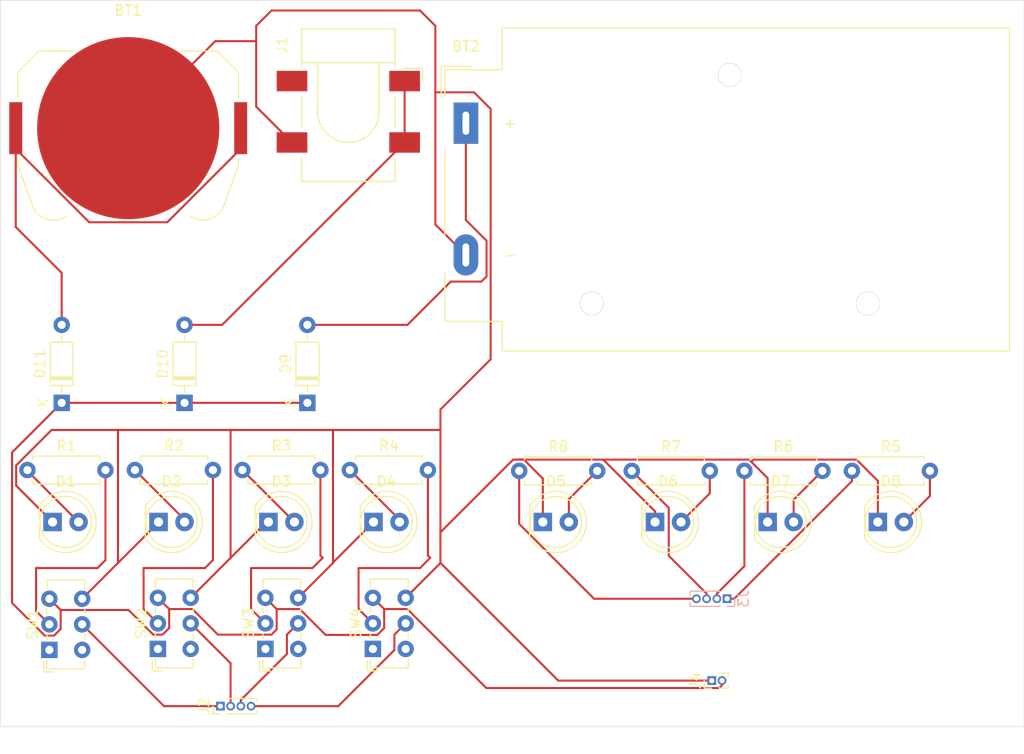
<source format=kicad_pcb>
(kicad_pcb (version 20241229) (generator "pcbnew") (generator_version "9.0")
  (layers (0 "F.Cu" signal) (2 "B.Cu" signal) (13 "F.Paste" user) (15 "B.Paste" user) (5 "F.SilkS" user "F.Silkscreen") (7 "B.SilkS" user "B.Silkscreen") (1 "F.Mask" user) (3 "B.Mask" user) (25 "Edge.Cuts" user))
  (net 0 "")
  (net 1 "Net-(BT1--)")
  (net 2 "Net-(BT1-+)")
  (net 3 "Net-(J2-Pin_1)")
  (net 8 "Net-(J2-Pin_2)")
  (net 11 "Net-(J2-Pin_3)")
  (net 13 "Net-(J2-Pin_4)")
  (net 15 "Net-(D1-A)")
  (net 16 "Net-(D2-A)")
  (net 17 "Net-(D3-A)")
  (net 18 "Net-(D4-A)")
  (net 19 "Net-(D5-A)")
  (net 20 "Net-(D6-A)")
  (net 21 "Net-(D7-A)")
  (net 22 "Net-(D8-A)")
  (net 23 "Net-(J3-Pin_1)")
  (net 24 "Net-(J3-Pin_4)")
  (net 25 "Net-(J3-Pin_2)")
  (net 26 "Net-(J3-Pin_3)")
  (net 27 "Net-(R1-Pad2)")
  (net 28 "Net-(R2-Pad2)")
  (net 29 "Net-(R3-Pad2)")
  (net 30 "Net-(R4-Pad2)")
  (net 31 "Net-(BT2-+)")
  (net 32 "Net-(D10-K)")
  (net 33 "Net-(D10-A)")
  (footprint "Connector_BarrelJack:BarrelJack_CLIFF_FC681465S_SMT_Horizontal" (layer "F.Cu") (at 119 29.9 -90)
    (property "Reference" "J1" (at -6.5 6.5 90) (layer "F.SilkS"))
    (property "Value" "DC")
    (fp_line (start -8.11 4.56) (end -4.5 4.56) (stroke (width 0.12)) (layer "F.SilkS"))
    (fp_line (start -8.11 4.56) (end -8.11 -4.56) (stroke (width 0.12)) (layer "F.SilkS"))
    (fp_line (start -4.8 4.56) (end -4.8 -4.56) (stroke (width 0.12)) (layer "F.SilkS"))
    (fp_line (start -1.5 4.56) (end 1.5 4.56) (stroke (width 0.12)) (layer "F.SilkS"))
    (fp_line (start 4.5 4.56) (end 6.81 4.56) (stroke (width 0.12)) (layer "F.SilkS"))
    (fp_line (start 6.81 4.56) (end 6.81 -4.56) (stroke (width 0.12)) (layer "F.SilkS"))
    (fp_line (start -4.8 3) (end 0 3) (stroke (width 0.12)) (layer "F.SilkS"))
    (fp_line (start -4.8 -3) (end 0 -3) (stroke (width 0.12)) (layer "F.SilkS"))
    (fp_line (start -8.11 -4.56) (end -4.5 -4.56) (stroke (width 0.12)) (layer "F.SilkS"))
    (fp_line (start -1.5 -4.56) (end 1.5 -4.56) (stroke (width 0.12)) (layer "F.SilkS"))
    (fp_line (start 4.5 -4.56) (end 6.81 -4.56) (stroke (width 0.12)) (layer "F.SilkS"))
    (fp_line (start -4.26 -7.26) (end -4.26 -5.36) (stroke (width 0.12)) (layer "F.SilkS"))
    (fp_line (start -2.92 -7.26) (end -4.26 -7.26) (stroke (width 0.12)) (layer "F.SilkS"))
    (fp_arc (start 0 -3) (mid 3 0) (end 0 3) (stroke (width 0.12)) (layer "F.SilkS"))
    (pad "" np_thru_hole oval (at -2.9 0) (size 2 1.5) (drill oval 2 1.5) (layers "*.Cu" "*.Mask"))
    (pad "" np_thru_hole circle (at 1.5 0) (size 2 2) (drill 2) (layers "*.Cu" "*.Mask"))
    (pad "1" smd rect (at -3 -5.5) (size 3 2) (layers "F.Cu" "F.Mask" "F.Paste") (net 33 "Net-(D10-A)"))
    (pad "1" smd rect (at 3 -5.5) (size 3 2) (layers "F.Cu" "F.Mask" "F.Paste") (net 33 "Net-(D10-A)"))
    (pad "2" smd rect (at 3 5.5) (size 3 2) (layers "F.Cu" "F.Mask" "F.Paste") (net 1 "Net-(BT1--)"))
    (pad "3" smd rect (at -3 5.5) (size 3 2) (layers "F.Cu" "F.Mask" "F.Paste"))
  )
  (footprint "Button_Switch_THT:SW_E-Switch_EG1271_SPDT" (layer "F.Cu") (at 89.8 82.5 90)
    (property "Reference" "SW1" (at 2.5 -1.65 90) (layer "F.SilkS"))
    (property "Value" "SW_Slide_DPDT")
    (fp_line (start -2.15 -0.55) (end -1.15 -0.55) (stroke (width 0.12)) (layer "F.SilkS"))
    (fp_line (start 6.85 -0.25) (end 6.85 3.45) (stroke (width 0.12)) (layer "F.SilkS"))
    (fp_line (start 5.97 -0.25) (end 6.85 -0.25) (stroke (width 0.12)) (layer "F.SilkS"))
    (fp_line (start 3.47 -0.25) (end 4.03 -0.25) (stroke (width 0.12)) (layer "F.SilkS"))
    (fp_line (start 1 -0.25) (end 1.53 -0.25) (stroke (width 0.12)) (layer "F.SilkS"))
    (fp_line (start -1.85 -0.25) (end -1 -0.25) (stroke (width 0.12)) (layer "F.SilkS"))
    (fp_line (start -2.15 0.45) (end -2.15 -0.55) (stroke (width 0.12)) (layer "F.SilkS"))
    (fp_line (start 6.85 3.45) (end 5.98 3.45) (stroke (width 0.12)) (layer "F.SilkS"))
    (fp_line (start 4.02 3.45) (end 3.47 3.45) (stroke (width 0.12)) (layer "F.SilkS"))
    (fp_line (start 1.53 3.45) (end 0.97 3.45) (stroke (width 0.12)) (layer "F.SilkS"))
    (fp_line (start -0.97 3.45) (end -1.85 3.45) (stroke (width 0.12)) (layer "F.SilkS"))
    (fp_line (start -1.85 3.45) (end -1.85 -0.25) (stroke (width 0.12)) (layer "F.SilkS"))
    (pad "1" thru_hole rect (at 0 0 90) (size 1.6 1.6) (drill 0.8) (layers "*.Cu" "*.Mask"))
    (pad "2" thru_hole circle (at 2.5 0 90) (size 1.6 1.6) (drill 0.8) (layers "*.Cu" "*.Mask") (net 27 "Net-(R1-Pad2)"))
    (pad "3" thru_hole circle (at 5 0 90) (size 1.6 1.6) (drill 0.8) (layers "*.Cu" "*.Mask") (net 32 "Net-(D10-K)"))
    (pad "4" thru_hole circle (at 0 3.2 90) (size 1.6 1.6) (drill 0.8) (layers "*.Cu" "*.Mask"))
    (pad "5" thru_hole circle (at 2.5 3.2 90) (size 1.6 1.6) (drill 0.8) (layers "*.Cu" "*.Mask") (net 3 "Net-(J2-Pin_1)"))
    (pad "6" thru_hole circle (at 5 3.2 90) (size 1.6 1.6) (drill 0.8) (layers "*.Cu" "*.Mask") (net 1 "Net-(BT1--)"))
  )
  (footprint "Resistor_THT:R_Axial_DIN0207_L6.3mm_D2.5mm_P7.62mm_Horizontal" (layer "F.Cu") (at 98.155 64.92)
    (property "Reference" "R2" (at 3.81 -2.37 0) (layer "F.SilkS"))
    (property "Value" "R")
    (fp_line (start 0.54 -1.37) (end 7.08 -1.37) (stroke (width 0.12)) (layer "F.SilkS"))
    (fp_line (start 0.54 -1.04) (end 0.54 -1.37) (stroke (width 0.12)) (layer "F.SilkS"))
    (fp_line (start 0.54 1.04) (end 0.54 1.37) (stroke (width 0.12)) (layer "F.SilkS"))
    (fp_line (start 0.54 1.37) (end 7.08 1.37) (stroke (width 0.12)) (layer "F.SilkS"))
    (fp_line (start 7.08 -1.37) (end 7.08 -1.04) (stroke (width 0.12)) (layer "F.SilkS"))
    (fp_line (start 7.08 1.37) (end 7.08 1.04) (stroke (width 0.12)) (layer "F.SilkS"))
    (pad "1" thru_hole circle (at 0 0) (size 1.6 1.6) (drill 0.8) (layers "*.Cu" "*.Mask") (net 16 "Net-(D2-A)"))
    (pad "2" thru_hole oval (at 7.62 0) (size 1.6 1.6) (drill 0.8) (layers "*.Cu" "*.Mask") (net 28 "Net-(R2-Pad2)"))
  )
  (footprint "Resistor_THT:R_Axial_DIN0207_L6.3mm_D2.5mm_P7.62mm_Horizontal" (layer "F.Cu") (at 146.69 65)
    (property "Reference" "R7" (at 3.81 -2.37 0) (layer "F.SilkS"))
    (property "Value" "R")
    (fp_line (start 0.54 -1.37) (end 7.08 -1.37) (stroke (width 0.12)) (layer "F.SilkS"))
    (fp_line (start 0.54 -1.04) (end 0.54 -1.37) (stroke (width 0.12)) (layer "F.SilkS"))
    (fp_line (start 0.54 1.04) (end 0.54 1.37) (stroke (width 0.12)) (layer "F.SilkS"))
    (fp_line (start 0.54 1.37) (end 7.08 1.37) (stroke (width 0.12)) (layer "F.SilkS"))
    (fp_line (start 7.08 -1.37) (end 7.08 -1.04) (stroke (width 0.12)) (layer "F.SilkS"))
    (fp_line (start 7.08 1.37) (end 7.08 1.04) (stroke (width 0.12)) (layer "F.SilkS"))
    (pad "1" thru_hole circle (at 0 0) (size 1.6 1.6) (drill 0.8) (layers "*.Cu" "*.Mask") (net 26 "Net-(J3-Pin_3)"))
    (pad "2" thru_hole oval (at 7.62 0) (size 1.6 1.6) (drill 0.8) (layers "*.Cu" "*.Mask") (net 20 "Net-(D6-A)"))
  )
  (footprint "Resistor_THT:R_Axial_DIN0207_L6.3mm_D2.5mm_P7.62mm_Horizontal" (layer "F.Cu") (at 157.69 65)
    (property "Reference" "R6" (at 3.81 -2.37 0) (layer "F.SilkS"))
    (property "Value" "R")
    (fp_line (start 0.54 -1.37) (end 7.08 -1.37) (stroke (width 0.12)) (layer "F.SilkS"))
    (fp_line (start 0.54 -1.04) (end 0.54 -1.37) (stroke (width 0.12)) (layer "F.SilkS"))
    (fp_line (start 0.54 1.04) (end 0.54 1.37) (stroke (width 0.12)) (layer "F.SilkS"))
    (fp_line (start 0.54 1.37) (end 7.08 1.37) (stroke (width 0.12)) (layer "F.SilkS"))
    (fp_line (start 7.08 -1.37) (end 7.08 -1.04) (stroke (width 0.12)) (layer "F.SilkS"))
    (fp_line (start 7.08 1.37) (end 7.08 1.04) (stroke (width 0.12)) (layer "F.SilkS"))
    (pad "1" thru_hole circle (at 0 0) (size 1.6 1.6) (drill 0.8) (layers "*.Cu" "*.Mask") (net 25 "Net-(J3-Pin_2)"))
    (pad "2" thru_hole oval (at 7.62 0) (size 1.6 1.6) (drill 0.8) (layers "*.Cu" "*.Mask") (net 21 "Net-(D7-A)"))
  )
  (footprint "LED_THT:LED_D5.0mm" (layer "F.Cu") (at 111.195 70)
    (property "Reference" "D3" (at 1.27 -3.96 0) (layer "F.SilkS"))
    (property "Value" "LED")
    (fp_line (start -1.29 -1.545) (end -1.29 1.545) (stroke (width 0.12)) (layer "F.SilkS"))
    (fp_arc (start -1.29 -1.54483) (mid 2.071756 -2.880501) (end 4.26 -0.000048) (stroke (width 0.12)) (layer "F.SilkS"))
    (fp_arc (start 4.26 0.000048) (mid 2.071756 2.880501) (end -1.29 1.54483) (stroke (width 0.12)) (layer "F.SilkS"))
    (fp_circle (center 1.27 0) (end 3.77 0) (stroke (width 0.12)) (fill no) (layer "F.SilkS"))
    (pad "1" thru_hole rect (at 0 0) (size 1.8 1.8) (drill 0.9) (layers "*.Cu" "*.Mask") (net 1 "Net-(BT1--)"))
    (pad "2" thru_hole circle (at 2.54 0) (size 1.8 1.8) (drill 0.9) (layers "*.Cu" "*.Mask") (net 17 "Net-(D3-A)"))
  )
  (footprint "LED_THT:LED_D5.0mm" (layer "F.Cu") (at 170.725 70)
    (property "Reference" "D8" (at 1.27 -3.96 0) (layer "F.SilkS"))
    (property "Value" "LED")
    (fp_line (start -1.29 -1.545) (end -1.29 1.545) (stroke (width 0.12)) (layer "F.SilkS"))
    (fp_arc (start -1.29 -1.54483) (mid 2.071756 -2.880501) (end 4.26 -0.000048) (stroke (width 0.12)) (layer "F.SilkS"))
    (fp_arc (start 4.26 0.000048) (mid 2.071756 2.880501) (end -1.29 1.54483) (stroke (width 0.12)) (layer "F.SilkS"))
    (fp_circle (center 1.27 0) (end 3.77 0) (stroke (width 0.12)) (fill no) (layer "F.SilkS"))
    (pad "1" thru_hole rect (at 0 0) (size 1.8 1.8) (drill 0.9) (layers "*.Cu" "*.Mask") (net 1 "Net-(BT1--)"))
    (pad "2" thru_hole circle (at 2.54 0) (size 1.8 1.8) (drill 0.9) (layers "*.Cu" "*.Mask") (net 22 "Net-(D8-A)"))
  )
  (footprint "Diode_THT:D_DO-35_SOD27_P7.62mm_Horizontal" (layer "F.Cu") (at 103 58.35 90)
    (property "Reference" "D10" (at 3.81 -2.12 90) (layer "F.SilkS"))
    (property "Value" "D")
    (fp_line (start 5.93 -1.12) (end 1.69 -1.12) (stroke (width 0.12)) (layer "F.SilkS"))
    (fp_line (start 2.53 -1.12) (end 2.53 1.12) (stroke (width 0.12)) (layer "F.SilkS"))
    (fp_line (start 2.41 -1.12) (end 2.41 1.12) (stroke (width 0.12)) (layer "F.SilkS"))
    (fp_line (start 2.29 -1.12) (end 2.29 1.12) (stroke (width 0.12)) (layer "F.SilkS"))
    (fp_line (start 1.69 -1.12) (end 1.69 1.12) (stroke (width 0.12)) (layer "F.SilkS"))
    (fp_line (start 6.58 0) (end 5.93 0) (stroke (width 0.12)) (layer "F.SilkS"))
    (fp_line (start 1.04 0) (end 1.69 0) (stroke (width 0.12)) (layer "F.SilkS"))
    (fp_line (start 5.93 1.12) (end 5.93 -1.12) (stroke (width 0.12)) (layer "F.SilkS"))
    (fp_line (start 1.69 1.12) (end 5.93 1.12) (stroke (width 0.12)) (layer "F.SilkS"))
    (fp_text user "K" (at 0 -1.8 90) (layer "F.SilkS"))
    (pad "1" thru_hole rect (at 0 0 90) (size 1.6 1.6) (drill 0.8) (layers "*.Cu" "*.Mask") (net 32 "Net-(D10-K)"))
    (pad "2" thru_hole oval (at 7.62 0 90) (size 1.6 1.6) (drill 0.8) (layers "*.Cu" "*.Mask") (net 33 "Net-(D10-A)"))
  )
  (footprint "Resistor_THT:R_Axial_DIN0207_L6.3mm_D2.5mm_P7.62mm_Horizontal" (layer "F.Cu") (at 119.155 64.92)
    (property "Reference" "R4" (at 3.81 -2.37 0) (layer "F.SilkS"))
    (property "Value" "R")
    (fp_line (start 0.54 -1.37) (end 7.08 -1.37) (stroke (width 0.12)) (layer "F.SilkS"))
    (fp_line (start 0.54 -1.04) (end 0.54 -1.37) (stroke (width 0.12)) (layer "F.SilkS"))
    (fp_line (start 0.54 1.04) (end 0.54 1.37) (stroke (width 0.12)) (layer "F.SilkS"))
    (fp_line (start 0.54 1.37) (end 7.08 1.37) (stroke (width 0.12)) (layer "F.SilkS"))
    (fp_line (start 7.08 -1.37) (end 7.08 -1.04) (stroke (width 0.12)) (layer "F.SilkS"))
    (fp_line (start 7.08 1.37) (end 7.08 1.04) (stroke (width 0.12)) (layer "F.SilkS"))
    (pad "1" thru_hole circle (at 0 0) (size 1.6 1.6) (drill 0.8) (layers "*.Cu" "*.Mask") (net 18 "Net-(D4-A)"))
    (pad "2" thru_hole oval (at 7.62 0) (size 1.6 1.6) (drill 0.8) (layers "*.Cu" "*.Mask") (net 30 "Net-(R4-Pad2)"))
  )
  (footprint "LED_THT:LED_D5.0mm" (layer "F.Cu") (at 100.46 70)
    (property "Reference" "D2" (at 1.27 -3.96 0) (layer "F.SilkS"))
    (property "Value" "LED")
    (fp_line (start -1.29 -1.545) (end -1.29 1.545) (stroke (width 0.12)) (layer "F.SilkS"))
    (fp_arc (start -1.29 -1.54483) (mid 2.071756 -2.880501) (end 4.26 -0.000048) (stroke (width 0.12)) (layer "F.SilkS"))
    (fp_arc (start 4.26 0.000048) (mid 2.071756 2.880501) (end -1.29 1.54483) (stroke (width 0.12)) (layer "F.SilkS"))
    (fp_circle (center 1.27 0) (end 3.77 0) (stroke (width 0.12)) (fill no) (layer "F.SilkS"))
    (pad "1" thru_hole rect (at 0 0) (size 1.8 1.8) (drill 0.9) (layers "*.Cu" "*.Mask") (net 1 "Net-(BT1--)"))
    (pad "2" thru_hole circle (at 2.54 0) (size 1.8 1.8) (drill 0.9) (layers "*.Cu" "*.Mask") (net 16 "Net-(D2-A)"))
  )
  (footprint "LED_THT:LED_D5.0mm" (layer "F.Cu") (at 138 70)
    (property "Reference" "D5" (at 1.27 -3.96 0) (layer "F.SilkS"))
    (property "Value" "LED")
    (fp_line (start -1.29 -1.545) (end -1.29 1.545) (stroke (width 0.12)) (layer "F.SilkS"))
    (fp_arc (start -1.29 -1.54483) (mid 2.071756 -2.880501) (end 4.26 -0.000048) (stroke (width 0.12)) (layer "F.SilkS"))
    (fp_arc (start 4.26 0.000048) (mid 2.071756 2.880501) (end -1.29 1.54483) (stroke (width 0.12)) (layer "F.SilkS"))
    (fp_circle (center 1.27 0) (end 3.77 0) (stroke (width 0.12)) (fill no) (layer "F.SilkS"))
    (pad "1" thru_hole rect (at 0 0) (size 1.8 1.8) (drill 0.9) (layers "*.Cu" "*.Mask") (net 1 "Net-(BT1--)"))
    (pad "2" thru_hole circle (at 2.54 0) (size 1.8 1.8) (drill 0.9) (layers "*.Cu" "*.Mask") (net 19 "Net-(D5-A)"))
  )
  (footprint "LED_THT:LED_D5.0mm" (layer "F.Cu") (at 159.96 70)
    (property "Reference" "D7" (at 1.27 -3.96 0) (layer "F.SilkS"))
    (property "Value" "LED")
    (fp_line (start -1.29 -1.545) (end -1.29 1.545) (stroke (width 0.12)) (layer "F.SilkS"))
    (fp_arc (start -1.29 -1.54483) (mid 2.071756 -2.880501) (end 4.26 -0.000048) (stroke (width 0.12)) (layer "F.SilkS"))
    (fp_arc (start 4.26 0.000048) (mid 2.071756 2.880501) (end -1.29 1.54483) (stroke (width 0.12)) (layer "F.SilkS"))
    (fp_circle (center 1.27 0) (end 3.77 0) (stroke (width 0.12)) (fill no) (layer "F.SilkS"))
    (pad "1" thru_hole rect (at 0 0) (size 1.8 1.8) (drill 0.9) (layers "*.Cu" "*.Mask") (net 1 "Net-(BT1--)"))
    (pad "2" thru_hole circle (at 2.54 0) (size 1.8 1.8) (drill 0.9) (layers "*.Cu" "*.Mask") (net 21 "Net-(D7-A)"))
  )
  (footprint "Button_Switch_THT:SW_E-Switch_EG1271_SPDT" (layer "F.Cu") (at 121.4 82.4075 90)
    (property "Reference" "SW4" (at 2.5 -1.65 90) (layer "F.SilkS"))
    (property "Value" "SW_Slide_DPDT")
    (fp_line (start -2.15 -0.55) (end -1.15 -0.55) (stroke (width 0.12)) (layer "F.SilkS"))
    (fp_line (start 6.85 -0.25) (end 6.85 3.45) (stroke (width 0.12)) (layer "F.SilkS"))
    (fp_line (start 5.97 -0.25) (end 6.85 -0.25) (stroke (width 0.12)) (layer "F.SilkS"))
    (fp_line (start 3.47 -0.25) (end 4.03 -0.25) (stroke (width 0.12)) (layer "F.SilkS"))
    (fp_line (start 1 -0.25) (end 1.53 -0.25) (stroke (width 0.12)) (layer "F.SilkS"))
    (fp_line (start -1.85 -0.25) (end -1 -0.25) (stroke (width 0.12)) (layer "F.SilkS"))
    (fp_line (start -2.15 0.45) (end -2.15 -0.55) (stroke (width 0.12)) (layer "F.SilkS"))
    (fp_line (start 6.85 3.45) (end 5.98 3.45) (stroke (width 0.12)) (layer "F.SilkS"))
    (fp_line (start 4.02 3.45) (end 3.47 3.45) (stroke (width 0.12)) (layer "F.SilkS"))
    (fp_line (start 1.53 3.45) (end 0.97 3.45) (stroke (width 0.12)) (layer "F.SilkS"))
    (fp_line (start -0.97 3.45) (end -1.85 3.45) (stroke (width 0.12)) (layer "F.SilkS"))
    (fp_line (start -1.85 3.45) (end -1.85 -0.25) (stroke (width 0.12)) (layer "F.SilkS"))
    (pad "1" thru_hole rect (at 0 0 90) (size 1.6 1.6) (drill 0.8) (layers "*.Cu" "*.Mask"))
    (pad "2" thru_hole circle (at 2.5 0 90) (size 1.6 1.6) (drill 0.8) (layers "*.Cu" "*.Mask") (net 30 "Net-(R4-Pad2)"))
    (pad "3" thru_hole circle (at 5 0 90) (size 1.6 1.6) (drill 0.8) (layers "*.Cu" "*.Mask") (net 32 "Net-(D10-K)"))
    (pad "4" thru_hole circle (at 0 3.2 90) (size 1.6 1.6) (drill 0.8) (layers "*.Cu" "*.Mask"))
    (pad "5" thru_hole circle (at 2.5 3.2 90) (size 1.6 1.6) (drill 0.8) (layers "*.Cu" "*.Mask") (net 13 "Net-(J2-Pin_4)"))
    (pad "6" thru_hole circle (at 5 3.2 90) (size 1.6 1.6) (drill 0.8) (layers "*.Cu" "*.Mask") (net 1 "Net-(BT1--)"))
  )
  (footprint "LED_THT:LED_D5.0mm" (layer "F.Cu") (at 90.11 70)
    (property "Reference" "D1" (at 1.27 -3.96 0) (layer "F.SilkS"))
    (property "Value" "LED")
    (fp_line (start -1.29 -1.545) (end -1.29 1.545) (stroke (width 0.12)) (layer "F.SilkS"))
    (fp_arc (start -1.29 -1.54483) (mid 2.071756 -2.880501) (end 4.26 -0.000048) (stroke (width 0.12)) (layer "F.SilkS"))
    (fp_arc (start 4.26 0.000048) (mid 2.071756 2.880501) (end -1.29 1.54483) (stroke (width 0.12)) (layer "F.SilkS"))
    (fp_circle (center 1.27 0) (end 3.77 0) (stroke (width 0.12)) (fill no) (layer "F.SilkS"))
    (pad "1" thru_hole rect (at 0 0) (size 1.8 1.8) (drill 0.9) (layers "*.Cu" "*.Mask") (net 1 "Net-(BT1--)"))
    (pad "2" thru_hole circle (at 2.54 0) (size 1.8 1.8) (drill 0.9) (layers "*.Cu" "*.Mask") (net 15 "Net-(D1-A)"))
  )
  (footprint "Resistor_THT:R_Axial_DIN0207_L6.3mm_D2.5mm_P7.62mm_Horizontal" (layer "F.Cu") (at 108.655 64.92)
    (property "Reference" "R3" (at 3.81 -2.37 0) (layer "F.SilkS"))
    (property "Value" "R")
    (fp_line (start 0.54 -1.37) (end 7.08 -1.37) (stroke (width 0.12)) (layer "F.SilkS"))
    (fp_line (start 0.54 -1.04) (end 0.54 -1.37) (stroke (width 0.12)) (layer "F.SilkS"))
    (fp_line (start 0.54 1.04) (end 0.54 1.37) (stroke (width 0.12)) (layer "F.SilkS"))
    (fp_line (start 0.54 1.37) (end 7.08 1.37) (stroke (width 0.12)) (layer "F.SilkS"))
    (fp_line (start 7.08 -1.37) (end 7.08 -1.04) (stroke (width 0.12)) (layer "F.SilkS"))
    (fp_line (start 7.08 1.37) (end 7.08 1.04) (stroke (width 0.12)) (layer "F.SilkS"))
    (pad "1" thru_hole circle (at 0 0) (size 1.6 1.6) (drill 0.8) (layers "*.Cu" "*.Mask") (net 17 "Net-(D3-A)"))
    (pad "2" thru_hole oval (at 7.62 0) (size 1.6 1.6) (drill 0.8) (layers "*.Cu" "*.Mask") (net 29 "Net-(R3-Pad2)"))
  )
  (footprint "Battery:BatteryHolder_Keystone_3034_1x20mm" (layer "F.Cu") (at 97.5 31.5)
    (property "Reference" "BT1" (at 0 -11.5 0) (layer "F.SilkS"))
    (property "Value" "Coin")
    (fp_line (start -10.78 -5.46) (end -10.78 -3) (stroke (width 0.12)) (layer "F.SilkS"))
    (fp_line (start -10.78 3) (end -10.78 3.63) (stroke (width 0.12)) (layer "F.SilkS"))
    (fp_line (start -10.78 3.63) (end -9.34 7.58) (stroke (width 0.12)) (layer "F.SilkS"))
    (fp_line (start -8.7 -7.54) (end -10.78 -5.46) (stroke (width 0.12)) (layer "F.SilkS"))
    (fp_line (start -5.2 -7.54) (end -8.7 -7.54) (stroke (width 0.12)) (layer "F.SilkS"))
    (fp_line (start 8.7 -7.54) (end 5.2 -7.54) (stroke (width 0.12)) (layer "F.SilkS"))
    (fp_line (start 8.7 -7.54) (end 10.78 -5.46) (stroke (width 0.12)) (layer "F.SilkS"))
    (fp_line (start 10.78 -5.46) (end 10.78 -3) (stroke (width 0.12)) (layer "F.SilkS"))
    (fp_line (start 10.78 3) (end 10.78 3.63) (stroke (width 0.12)) (layer "F.SilkS"))
    (fp_line (start 10.78 3.63) (end 9.34 7.58) (stroke (width 0.12)) (layer "F.SilkS"))
    (fp_arc (start -6.003354 8.56653) (mid -7.921654 8.918738) (end -9.34 7.58) (stroke (width 0.12)) (layer "F.SilkS"))
    (fp_arc (start 9.325243 7.588169) (mid 7.90634 8.911668) (end 6 8.55) (stroke (width 0.12)) (layer "F.SilkS"))
    (pad "1" smd rect (at -10.985 0) (size 1.27 5.08) (layers "F.Cu" "F.Mask" "F.Paste") (net 2 "Net-(BT1-+)"))
    (pad "1" smd rect (at 10.985 0) (size 1.27 5.08) (layers "F.Cu" "F.Mask" "F.Paste") (net 2 "Net-(BT1-+)"))
    (pad "2" smd circle (at 0 0) (size 17.8 17.8) (layers "F.Cu" "F.Mask") (net 1 "Net-(BT1--)"))
  )
  (footprint "Resistor_THT:R_Axial_DIN0207_L6.3mm_D2.5mm_P7.62mm_Horizontal" (layer "F.Cu") (at 135.69 65)
    (property "Reference" "R8" (at 3.81 -2.37 0) (layer "F.SilkS"))
    (property "Value" "R")
    (fp_line (start 0.54 -1.37) (end 7.08 -1.37) (stroke (width 0.12)) (layer "F.SilkS"))
    (fp_line (start 0.54 -1.04) (end 0.54 -1.37) (stroke (width 0.12)) (layer "F.SilkS"))
    (fp_line (start 0.54 1.04) (end 0.54 1.37) (stroke (width 0.12)) (layer "F.SilkS"))
    (fp_line (start 0.54 1.37) (end 7.08 1.37) (stroke (width 0.12)) (layer "F.SilkS"))
    (fp_line (start 7.08 -1.37) (end 7.08 -1.04) (stroke (width 0.12)) (layer "F.SilkS"))
    (fp_line (start 7.08 1.37) (end 7.08 1.04) (stroke (width 0.12)) (layer "F.SilkS"))
    (pad "1" thru_hole circle (at 0 0) (size 1.6 1.6) (drill 0.8) (layers "*.Cu" "*.Mask") (net 24 "Net-(J3-Pin_4)"))
    (pad "2" thru_hole oval (at 7.62 0) (size 1.6 1.6) (drill 0.8) (layers "*.Cu" "*.Mask") (net 19 "Net-(D5-A)"))
  )
  (footprint "Resistor_THT:R_Axial_DIN0207_L6.3mm_D2.5mm_P7.62mm_Horizontal" (layer "F.Cu") (at 87.655 64.92)
    (property "Reference" "R1" (at 3.81 -2.37 0) (layer "F.SilkS"))
    (property "Value" "R")
    (fp_line (start 0.54 -1.37) (end 7.08 -1.37) (stroke (width 0.12)) (layer "F.SilkS"))
    (fp_line (start 0.54 -1.04) (end 0.54 -1.37) (stroke (width 0.12)) (layer "F.SilkS"))
    (fp_line (start 0.54 1.04) (end 0.54 1.37) (stroke (width 0.12)) (layer "F.SilkS"))
    (fp_line (start 0.54 1.37) (end 7.08 1.37) (stroke (width 0.12)) (layer "F.SilkS"))
    (fp_line (start 7.08 -1.37) (end 7.08 -1.04) (stroke (width 0.12)) (layer "F.SilkS"))
    (fp_line (start 7.08 1.37) (end 7.08 1.04) (stroke (width 0.12)) (layer "F.SilkS"))
    (pad "1" thru_hole circle (at 0 0) (size 1.6 1.6) (drill 0.8) (layers "*.Cu" "*.Mask") (net 15 "Net-(D1-A)"))
    (pad "2" thru_hole oval (at 7.62 0) (size 1.6 1.6) (drill 0.8) (layers "*.Cu" "*.Mask") (net 27 "Net-(R1-Pad2)"))
  )
  (footprint "Resistor_THT:R_Axial_DIN0207_L6.3mm_D2.5mm_P7.62mm_Horizontal" (layer "F.Cu") (at 168.19 65)
    (property "Reference" "R5" (at 3.81 -2.37 0) (layer "F.SilkS"))
    (property "Value" "R")
    (fp_line (start 0.54 -1.37) (end 7.08 -1.37) (stroke (width 0.12)) (layer "F.SilkS"))
    (fp_line (start 0.54 -1.04) (end 0.54 -1.37) (stroke (width 0.12)) (layer "F.SilkS"))
    (fp_line (start 0.54 1.04) (end 0.54 1.37) (stroke (width 0.12)) (layer "F.SilkS"))
    (fp_line (start 0.54 1.37) (end 7.08 1.37) (stroke (width 0.12)) (layer "F.SilkS"))
    (fp_line (start 7.08 -1.37) (end 7.08 -1.04) (stroke (width 0.12)) (layer "F.SilkS"))
    (fp_line (start 7.08 1.37) (end 7.08 1.04) (stroke (width 0.12)) (layer "F.SilkS"))
    (pad "1" thru_hole circle (at 0 0) (size 1.6 1.6) (drill 0.8) (layers "*.Cu" "*.Mask") (net 23 "Net-(J3-Pin_1)"))
    (pad "2" thru_hole oval (at 7.62 0) (size 1.6 1.6) (drill 0.8) (layers "*.Cu" "*.Mask") (net 22 "Net-(D8-A)"))
  )
  (footprint "LED_THT:LED_D5.0mm" (layer "F.Cu") (at 148.96 70)
    (property "Reference" "D6" (at 1.27 -3.96 0) (layer "F.SilkS"))
    (property "Value" "LED")
    (fp_line (start -1.29 -1.545) (end -1.29 1.545) (stroke (width 0.12)) (layer "F.SilkS"))
    (fp_arc (start -1.29 -1.54483) (mid 2.071756 -2.880501) (end 4.26 -0.000048) (stroke (width 0.12)) (layer "F.SilkS"))
    (fp_arc (start 4.26 0.000048) (mid 2.071756 2.880501) (end -1.29 1.54483) (stroke (width 0.12)) (layer "F.SilkS"))
    (fp_circle (center 1.27 0) (end 3.77 0) (stroke (width 0.12)) (fill no) (layer "F.SilkS"))
    (pad "1" thru_hole rect (at 0 0) (size 1.8 1.8) (drill 0.9) (layers "*.Cu" "*.Mask") (net 1 "Net-(BT1--)"))
    (pad "2" thru_hole circle (at 2.54 0) (size 1.8 1.8) (drill 0.9) (layers "*.Cu" "*.Mask") (net 20 "Net-(D6-A)"))
  )
  (footprint "Diode_THT:D_DO-35_SOD27_P7.62mm_Horizontal" (layer "F.Cu") (at 91 58.35 90)
    (property "Reference" "D11" (at 3.81 -2.12 90) (layer "F.SilkS"))
    (property "Value" "D")
    (fp_line (start 5.93 -1.12) (end 1.69 -1.12) (stroke (width 0.12)) (layer "F.SilkS"))
    (fp_line (start 2.53 -1.12) (end 2.53 1.12) (stroke (width 0.12)) (layer "F.SilkS"))
    (fp_line (start 2.41 -1.12) (end 2.41 1.12) (stroke (width 0.12)) (layer "F.SilkS"))
    (fp_line (start 2.29 -1.12) (end 2.29 1.12) (stroke (width 0.12)) (layer "F.SilkS"))
    (fp_line (start 1.69 -1.12) (end 1.69 1.12) (stroke (width 0.12)) (layer "F.SilkS"))
    (fp_line (start 6.58 0) (end 5.93 0) (stroke (width 0.12)) (layer "F.SilkS"))
    (fp_line (start 1.04 0) (end 1.69 0) (stroke (width 0.12)) (layer "F.SilkS"))
    (fp_line (start 5.93 1.12) (end 5.93 -1.12) (stroke (width 0.12)) (layer "F.SilkS"))
    (fp_line (start 1.69 1.12) (end 5.93 1.12) (stroke (width 0.12)) (layer "F.SilkS"))
    (fp_text user "K" (at 0 -1.8 90) (layer "F.SilkS"))
    (pad "1" thru_hole rect (at 0 0 90) (size 1.6 1.6) (drill 0.8) (layers "*.Cu" "*.Mask") (net 32 "Net-(D10-K)"))
    (pad "2" thru_hole oval (at 7.62 0 90) (size 1.6 1.6) (drill 0.8) (layers "*.Cu" "*.Mask") (net 2 "Net-(BT1-+)"))
  )
  (footprint "LED_THT:LED_D5.0mm" (layer "F.Cu") (at 121.46 70)
    (property "Reference" "D4" (at 1.27 -3.96 0) (layer "F.SilkS"))
    (property "Value" "LED")
    (fp_line (start -1.29 -1.545) (end -1.29 1.545) (stroke (width 0.12)) (layer "F.SilkS"))
    (fp_arc (start -1.29 -1.54483) (mid 2.071756 -2.880501) (end 4.26 -0.000048) (stroke (width 0.12)) (layer "F.SilkS"))
    (fp_arc (start 4.26 0.000048) (mid 2.071756 2.880501) (end -1.29 1.54483) (stroke (width 0.12)) (layer "F.SilkS"))
    (fp_circle (center 1.27 0) (end 3.77 0) (stroke (width 0.12)) (fill no) (layer "F.SilkS"))
    (pad "1" thru_hole rect (at 0 0) (size 1.8 1.8) (drill 0.9) (layers "*.Cu" "*.Mask") (net 1 "Net-(BT1--)"))
    (pad "2" thru_hole circle (at 2.54 0) (size 1.8 1.8) (drill 0.9) (layers "*.Cu" "*.Mask") (net 18 "Net-(D4-A)"))
  )
  (footprint "Connector_PinHeader_1.00mm:PinHeader_1x04_P1.00mm_Vertical" (layer "F.Cu") (at 106.5 88 90)
    (property "Reference" "J2" (at 0 -1.61 90) (layer "F.SilkS"))
    (property "Value" "Conn_01x04")
    (fp_line (start -0.745 -0.735) (end 0 -0.735) (stroke (width 0.12)) (layer "F.SilkS"))
    (fp_line (start -0.745 0) (end -0.745 -0.735) (stroke (width 0.12)) (layer "F.SilkS"))
    (fp_line (start 0.745 0.735) (end 0.745 3.61) (stroke (width 0.12)) (layer "F.SilkS"))
    (fp_line (start 0.685565 0.735) (end 0.745 0.735) (stroke (width 0.12)) (layer "F.SilkS"))
    (fp_line (start -0.745 0.735) (end -0.685565 0.735) (stroke (width 0.12)) (layer "F.SilkS"))
    (fp_line (start -0.745 0.735) (end -0.745 3.61) (stroke (width 0.12)) (layer "F.SilkS"))
    (fp_line (start 0.41003 3.61) (end 0.745 3.61) (stroke (width 0.12)) (layer "F.SilkS"))
    (fp_line (start -0.745 3.61) (end -0.41003 3.61) (stroke (width 0.12)) (layer "F.SilkS"))
    (pad "1" thru_hole rect (at 0 0 90) (size 0.85 0.85) (drill 0.5) (layers "*.Cu" "*.Mask") (net 3 "Net-(J2-Pin_1)"))
    (pad "2" thru_hole circle (at 0 1 90) (size 0.85 0.85) (drill 0.5) (layers "*.Cu" "*.Mask") (net 8 "Net-(J2-Pin_2)"))
    (pad "3" thru_hole circle (at 0 2 90) (size 0.85 0.85) (drill 0.5) (layers "*.Cu" "*.Mask") (net 11 "Net-(J2-Pin_3)"))
    (pad "4" thru_hole circle (at 0 3 90) (size 0.85 0.85) (drill 0.5) (layers "*.Cu" "*.Mask") (net 13 "Net-(J2-Pin_4)"))
  )
  (footprint "Diode_THT:D_DO-35_SOD27_P7.62mm_Horizontal" (layer "F.Cu") (at 115 58.35 90)
    (property "Reference" "D9" (at 3.81 -2.12 90) (layer "F.SilkS"))
    (property "Value" "D")
    (fp_line (start 5.93 -1.12) (end 1.69 -1.12) (stroke (width 0.12)) (layer "F.SilkS"))
    (fp_line (start 2.53 -1.12) (end 2.53 1.12) (stroke (width 0.12)) (layer "F.SilkS"))
    (fp_line (start 2.41 -1.12) (end 2.41 1.12) (stroke (width 0.12)) (layer "F.SilkS"))
    (fp_line (start 2.29 -1.12) (end 2.29 1.12) (stroke (width 0.12)) (layer "F.SilkS"))
    (fp_line (start 1.69 -1.12) (end 1.69 1.12) (stroke (width 0.12)) (layer "F.SilkS"))
    (fp_line (start 6.58 0) (end 5.93 0) (stroke (width 0.12)) (layer "F.SilkS"))
    (fp_line (start 1.04 0) (end 1.69 0) (stroke (width 0.12)) (layer "F.SilkS"))
    (fp_line (start 5.93 1.12) (end 5.93 -1.12) (stroke (width 0.12)) (layer "F.SilkS"))
    (fp_line (start 1.69 1.12) (end 5.93 1.12) (stroke (width 0.12)) (layer "F.SilkS"))
    (fp_text user "K" (at 0 -1.8 90) (layer "F.SilkS"))
    (pad "1" thru_hole rect (at 0 0 90) (size 1.6 1.6) (drill 0.8) (layers "*.Cu" "*.Mask") (net 32 "Net-(D10-K)"))
    (pad "2" thru_hole oval (at 7.62 0 90) (size 1.6 1.6) (drill 0.8) (layers "*.Cu" "*.Mask") (net 31 "Net-(BT2-+)"))
  )
  (footprint "Button_Switch_THT:SW_E-Switch_EG1271_SPDT" (layer "F.Cu") (at 110.9 82.4075 90)
    (property "Reference" "SW3" (at 2.5 -1.65 90) (layer "F.SilkS"))
    (property "Value" "SW_Slide_DPDT")
    (fp_line (start -2.15 -0.55) (end -1.15 -0.55) (stroke (width 0.12)) (layer "F.SilkS"))
    (fp_line (start 6.85 -0.25) (end 6.85 3.45) (stroke (width 0.12)) (layer "F.SilkS"))
    (fp_line (start 5.97 -0.25) (end 6.85 -0.25) (stroke (width 0.12)) (layer "F.SilkS"))
    (fp_line (start 3.47 -0.25) (end 4.03 -0.25) (stroke (width 0.12)) (layer "F.SilkS"))
    (fp_line (start 1 -0.25) (end 1.53 -0.25) (stroke (width 0.12)) (layer "F.SilkS"))
    (fp_line (start -1.85 -0.25) (end -1 -0.25) (stroke (width 0.12)) (layer "F.SilkS"))
    (fp_line (start -2.15 0.45) (end -2.15 -0.55) (stroke (width 0.12)) (layer "F.SilkS"))
    (fp_line (start 6.85 3.45) (end 5.98 3.45) (stroke (width 0.12)) (layer "F.SilkS"))
    (fp_line (start 4.02 3.45) (end 3.47 3.45) (stroke (width 0.12)) (layer "F.SilkS"))
    (fp_line (start 1.53 3.45) (end 0.97 3.45) (stroke (width 0.12)) (layer "F.SilkS"))
    (fp_line (start -0.97 3.45) (end -1.85 3.45) (stroke (width 0.12)) (layer "F.SilkS"))
    (fp_line (start -1.85 3.45) (end -1.85 -0.25) (stroke (width 0.12)) (layer "F.SilkS"))
    (pad "1" thru_hole rect (at 0 0 90) (size 1.6 1.6) (drill 0.8) (layers "*.Cu" "*.Mask"))
    (pad "2" thru_hole circle (at 2.5 0 90) (size 1.6 1.6) (drill 0.8) (layers "*.Cu" "*.Mask") (net 29 "Net-(R3-Pad2)"))
    (pad "3" thru_hole circle (at 5 0 90) (size 1.6 1.6) (drill 0.8) (layers "*.Cu" "*.Mask") (net 32 "Net-(D10-K)"))
    (pad "4" thru_hole circle (at 0 3.2 90) (size 1.6 1.6) (drill 0.8) (layers "*.Cu" "*.Mask"))
    (pad "5" thru_hole circle (at 2.5 3.2 90) (size 1.6 1.6) (drill 0.8) (layers "*.Cu" "*.Mask") (net 11 "Net-(J2-Pin_3)"))
    (pad "6" thru_hole circle (at 5 3.2 90) (size 1.6 1.6) (drill 0.8) (layers "*.Cu" "*.Mask") (net 1 "Net-(BT1--)"))
  )
  (footprint "Battery:BatteryHolder_MPD_BA9VPC_1xPP3" (layer "F.Cu") (at 130.48 31.015)
    (property "Reference" "BT2" (at 0 -7.5 0) (layer "F.SilkS"))
    (property "Value" "9V")
    (fp_line (start -2.4 -5.55) (end -2.4 -2.55) (stroke (width 0.12)) (layer "F.SilkS"))
    (fp_line (start -2.4 -5.55) (end 0.6 -5.55) (stroke (width 0.12)) (layer "F.SilkS"))
    (fp_line (start -2.06 -5.21) (end -2.06 -2.65) (stroke (width 0.12)) (layer "F.SilkS"))
    (fp_line (start -2.06 2.65) (end -2.06 11) (stroke (width 0.12)) (layer "F.SilkS"))
    (fp_line (start -2.06 19.38) (end -2.06 14.7) (stroke (width 0.12)) (layer "F.SilkS"))
    (fp_line (start 3.54 -9.31) (end 3.54 -5.21) (stroke (width 0.12)) (layer "F.SilkS"))
    (fp_line (start 3.54 -5.21) (end -2.06 -5.21) (stroke (width 0.12)) (layer "F.SilkS"))
    (fp_line (start 3.54 19.38) (end -2.06 19.38) (stroke (width 0.12)) (layer "F.SilkS"))
    (fp_line (start 3.54 22.28) (end 3.54 19.38) (stroke (width 0.12)) (layer "F.SilkS"))
    (fp_line (start 53.1 -9.31) (end 3.54 -9.31) (stroke (width 0.12)) (layer "F.SilkS"))
    (fp_line (start 53.1 22.28) (end 3.54 22.28) (stroke (width 0.12)) (layer "F.SilkS"))
    (fp_line (start 53.1 22.28) (end 53.1 -9.31) (stroke (width 0.12)) (layer "F.SilkS"))
    (fp_text user "+" (at 3.6 0 0) (layer "F.SilkS") (effects (justify left)))
    (fp_text user "-" (at 3.6 12.88 0) (layer "F.SilkS") (effects (justify left)))
    (pad "" np_thru_hole circle (at 12.29 17.62) (size 2.3 2.3) (drill 2.29) (layers "*.Cu" "*.Mask"))
    (pad "" np_thru_hole circle (at 25.78 -4.73) (size 2.3 2.3) (drill 2.29) (layers "*.Cu" "*.Mask"))
    (pad "" np_thru_hole circle (at 39.26 17.62) (size 2.3 2.3) (drill 2.29) (layers "*.Cu" "*.Mask"))
    (pad "1" thru_hole rect (at 0 0) (size 2.41 4.02) (drill oval 0.66 2.27) (layers "*.Cu" "*.Mask") (net 31 "Net-(BT2-+)"))
    (pad "2" thru_hole oval (at 0 12.88) (size 2.41 4.02) (drill oval 0.66 2.27) (layers "*.Cu" "*.Mask") (net 1 "Net-(BT1--)"))
  )
  (footprint "Connector_PinHeader_1.00mm:PinHeader_1x02_P1.00mm_Vertical" (layer "F.Cu") (at 154.5 85.5 90)
    (property "Reference" "J4" (at 0 -1.61 90) (layer "F.SilkS"))
    (property "Value" "Conn_01x02")
    (fp_line (start -0.745 -0.735) (end 0 -0.735) (stroke (width 0.12)) (layer "F.SilkS"))
    (fp_line (start -0.745 0) (end -0.745 -0.735) (stroke (width 0.12)) (layer "F.SilkS"))
    (fp_line (start 0.745 0.735) (end 0.745 1.61) (stroke (width 0.12)) (layer "F.SilkS"))
    (fp_line (start 0.685565 0.735) (end 0.745 0.735) (stroke (width 0.12)) (layer "F.SilkS"))
    (fp_line (start -0.745 0.735) (end -0.685565 0.735) (stroke (width 0.12)) (layer "F.SilkS"))
    (fp_line (start -0.745 0.735) (end -0.745 1.61) (stroke (width 0.12)) (layer "F.SilkS"))
    (fp_line (start 0.41003 1.61) (end 0.745 1.61) (stroke (width 0.12)) (layer "F.SilkS"))
    (fp_line (start -0.745 1.61) (end -0.41003 1.61) (stroke (width 0.12)) (layer "F.SilkS"))
    (pad "1" thru_hole rect (at 0 0 90) (size 0.85 0.85) (drill 0.5) (layers "*.Cu" "*.Mask") (net 1 "Net-(BT1--)"))
    (pad "2" thru_hole circle (at 0 1 90) (size 0.85 0.85) (drill 0.5) (layers "*.Cu" "*.Mask") (net 32 "Net-(D10-K)"))
  )
  (footprint "Button_Switch_THT:SW_E-Switch_EG1271_SPDT" (layer "F.Cu") (at 100.4 82.4075 90)
    (property "Reference" "SW2" (at 2.5 -1.65 90) (layer "F.SilkS"))
    (property "Value" "SW_Slide_DPDT")
    (fp_line (start -2.15 -0.55) (end -1.15 -0.55) (stroke (width 0.12)) (layer "F.SilkS"))
    (fp_line (start 6.85 -0.25) (end 6.85 3.45) (stroke (width 0.12)) (layer "F.SilkS"))
    (fp_line (start 5.97 -0.25) (end 6.85 -0.25) (stroke (width 0.12)) (layer "F.SilkS"))
    (fp_line (start 3.47 -0.25) (end 4.03 -0.25) (stroke (width 0.12)) (layer "F.SilkS"))
    (fp_line (start 1 -0.25) (end 1.53 -0.25) (stroke (width 0.12)) (layer "F.SilkS"))
    (fp_line (start -1.85 -0.25) (end -1 -0.25) (stroke (width 0.12)) (layer "F.SilkS"))
    (fp_line (start -2.15 0.45) (end -2.15 -0.55) (stroke (width 0.12)) (layer "F.SilkS"))
    (fp_line (start 6.85 3.45) (end 5.98 3.45) (stroke (width 0.12)) (layer "F.SilkS"))
    (fp_line (start 4.02 3.45) (end 3.47 3.45) (stroke (width 0.12)) (layer "F.SilkS"))
    (fp_line (start 1.53 3.45) (end 0.97 3.45) (stroke (width 0.12)) (layer "F.SilkS"))
    (fp_line (start -0.97 3.45) (end -1.85 3.45) (stroke (width 0.12)) (layer "F.SilkS"))
    (fp_line (start -1.85 3.45) (end -1.85 -0.25) (stroke (width 0.12)) (layer "F.SilkS"))
    (pad "1" thru_hole rect (at 0 0 90) (size 1.6 1.6) (drill 0.8) (layers "*.Cu" "*.Mask"))
    (pad "2" thru_hole circle (at 2.5 0 90) (size 1.6 1.6) (drill 0.8) (layers "*.Cu" "*.Mask") (net 28 "Net-(R2-Pad2)"))
    (pad "3" thru_hole circle (at 5 0 90) (size 1.6 1.6) (drill 0.8) (layers "*.Cu" "*.Mask") (net 32 "Net-(D10-K)"))
    (pad "4" thru_hole circle (at 0 3.2 90) (size 1.6 1.6) (drill 0.8) (layers "*.Cu" "*.Mask"))
    (pad "5" thru_hole circle (at 2.5 3.2 90) (size 1.6 1.6) (drill 0.8) (layers "*.Cu" "*.Mask") (net 8 "Net-(J2-Pin_2)"))
    (pad "6" thru_hole circle (at 5 3.2 90) (size 1.6 1.6) (drill 0.8) (layers "*.Cu" "*.Mask") (net 1 "Net-(BT1--)"))
  )
  (footprint "Connector_PinHeader_1.00mm:PinHeader_1x04_P1.00mm_Vertical" (layer "B.Cu") (at 156 77.5 90)
    (property "Reference" "J3" (at 0 1.61 90) (layer "B.SilkS") (effects (justify mirror)))
    (property "Value" "Conn_01x04")
    (fp_line (start 0.41003 -3.61) (end 0.745 -3.61) (stroke (width 0.12)) (layer "B.SilkS"))
    (fp_line (start -0.745 -3.61) (end -0.41003 -3.61) (stroke (width 0.12)) (layer "B.SilkS"))
    (fp_line (start 0.745 -0.735) (end 0.745 -3.61) (stroke (width 0.12)) (layer "B.SilkS"))
    (fp_line (start 0.685565 -0.735) (end 0.745 -0.735) (stroke (width 0.12)) (layer "B.SilkS"))
    (fp_line (start -0.745 -0.735) (end -0.745 -3.61) (stroke (width 0.12)) (layer "B.SilkS"))
    (fp_line (start -0.745 -0.735) (end -0.685565 -0.735) (stroke (width 0.12)) (layer "B.SilkS"))
    (fp_line (start -0.745 0) (end -0.745 0.735) (stroke (width 0.12)) (layer "B.SilkS"))
    (fp_line (start -0.745 0.735) (end 0 0.735) (stroke (width 0.12)) (layer "B.SilkS"))
    (pad "1" thru_hole rect (at 0 0 90) (size 0.85 0.85) (drill 0.5) (layers "*.Cu" "*.Mask") (net 23 "Net-(J3-Pin_1)"))
    (pad "2" thru_hole circle (at 0 -1 90) (size 0.85 0.85) (drill 0.5) (layers "*.Cu" "*.Mask") (net 25 "Net-(J3-Pin_2)"))
    (pad "3" thru_hole circle (at 0 -2 90) (size 0.85 0.85) (drill 0.5) (layers "*.Cu" "*.Mask") (net 26 "Net-(J3-Pin_3)"))
    (pad "4" thru_hole circle (at 0 -3 90) (size 0.85 0.85) (drill 0.5) (layers "*.Cu" "*.Mask") (net 24 "Net-(J3-Pin_4)"))
  )
  (gr_rect (start 85 19) (end 185 90) (stroke (width 0.05)) (fill no) (layer "Edge.Cuts"))
  (segment (start 139.5 85.5) (end 128 74) (width 0.2) (layer "F.Cu") (net 1))
  (segment (start 111 70) (end 107.5 73.5) (width 0.2) (layer "F.Cu") (net 1))
  (segment (start 128 71) (end 128 74) (width 0.2) (layer "F.Cu") (net 1))
  (segment (start 144 64) (end 143.899 63.899) (width 0.2) (layer "F.Cu") (net 1))
  (segment (start 138 70) (end 138 65.75295) (width 0.2) (layer "F.Cu") (net 1))
  (segment (start 127.5 40.915) (end 127.5 28) (width 0.2) (layer "F.Cu") (net 1))
  (segment (start 127.5 28) (end 127.5 21.5) (width 0.2) (layer "F.Cu") (net 1))
  (segment (start 143.899 63.899) (end 135.5 63.899) (width 0.2) (layer "F.Cu") (net 1))
  (segment (start 100.46 70) (end 100.46 70.04) (width 0.2) (layer "F.Cu") (net 1))
  (segment (start 96.5 74) (end 93 77.5) (width 0.2) (layer "F.Cu") (net 1))
  (segment (start 117.5 61) (end 128 61) (width 0.2) (layer "F.Cu") (net 1))
  (segment (start 86.554 66.444) (end 86.554 64.46395) (width 0.2) (layer "F.Cu") (net 1))
  (segment (start 159.96 70) (end 159.96 65.71295) (width 0.2) (layer "F.Cu") (net 1))
  (segment (start 154.5 85.5) (end 139.5 85.5) (width 0.2) (layer "F.Cu") (net 1))
  (segment (start 90.01795 61) (end 96.5 61) (width 0.2) (layer "F.Cu") (net 1))
  (segment (start 124.6 77.4075) (end 128 74.0075) (width 0.2) (layer "F.Cu") (net 1))
  (segment (start 117.5 73.96) (end 117.5 74) (width 0.2) (layer "F.Cu") (net 1))
  (segment (start 96.5 61) (end 96.5 74) (width 0.2) (layer "F.Cu") (net 1))
  (segment (start 121.46 70) (end 117.5 73.96) (width 0.2) (layer "F.Cu") (net 1))
  (segment (start 158.14605 63.899) (end 144.101 63.899) (width 0.2) (layer "F.Cu") (net 1))
  (segment (start 128 74.0075) (end 128 74) (width 0.2) (layer "F.Cu") (net 1))
  (segment (start 131.282 28) (end 127.5 28) (width 0.2) (layer "F.Cu") (net 1))
  (segment (start 90.11 70) (end 86.554 66.444) (width 0.2) (layer "F.Cu") (net 1))
  (segment (start 130.48 43.895) (end 127.5 40.915) (width 0.2) (layer "F.Cu") (net 1))
  (segment (start 128 74) (end 128 61) (width 0.2) (layer "F.Cu") (net 1))
  (segment (start 117.5 61) (end 107.5 61) (width 0.2) (layer "F.Cu") (net 1))
  (segment (start 107.5 73.5075) (end 107.5 73.5) (width 0.2) (layer "F.Cu") (net 1))
  (segment (start 110 21.5) (end 110 23) (width 0.2) (layer "F.Cu") (net 1))
  (segment (start 128 61) (end 128 59) (width 0.2) (layer "F.Cu") (net 1))
  (segment (start 168.64605 63.899) (end 158.601 63.899) (width 0.2) (layer "F.Cu") (net 1))
  (segment (start 138 65.75295) (end 136.14605 63.899) (width 0.2) (layer "F.Cu") (net 1))
  (segment (start 100.46 70.04) (end 96.5 74) (width 0.2) (layer "F.Cu") (net 1))
  (segment (start 107.5 61) (end 96.5 61) (width 0.2) (layer "F.Cu") (net 1))
  (segment (start 132.901 29.619) (end 131.282 28) (width 0.2) (layer "F.Cu") (net 1))
  (segment (start 113.5 32.9) (end 110 29.4) (width 0.2) (layer "F.Cu") (net 1))
  (segment (start 111.195 70) (end 111 70) (width 0.2) (layer "F.Cu") (net 1))
  (segment (start 110 23) (end 106 23) (width 0.2) (layer "F.Cu") (net 1))
  (segment (start 170.725 65.97795) (end 168.64605 63.899) (width 0.2) (layer "F.Cu") (net 1))
  (segment (start 107.5 73.5) (end 107.5 61) (width 0.2) (layer "F.Cu") (net 1))
  (segment (start 129.974 44.401) (end 130.48 43.895) (width 0.2) (layer "F.Cu") (net 1))
  (segment (start 127.5 21.5) (end 126 20) (width 0.2) (layer "F.Cu") (net 1))
  (segment (start 86.554 64.46395) (end 90.01795 61) (width 0.2) (layer "F.Cu") (net 1))
  (segment (start 148.96 68.96) (end 144 64) (width 0.2) (layer "F.Cu") (net 1))
  (segment (start 148.96 70) (end 148.96 68.96) (width 0.2) (layer "F.Cu") (net 1))
  (segment (start 110 29.4) (end 110 23) (width 0.2) (layer "F.Cu") (net 1))
  (segment (start 158.373525 64.126475) (end 158.14605 63.899) (width 0.2) (layer "F.Cu") (net 1))
  (segment (start 128 59) (end 132.901 54.099) (width 0.2) (layer "F.Cu") (net 1))
  (segment (start 135.5 63.899) (end 135.101 63.899) (width 0.2) (layer "F.Cu") (net 1))
  (segment (start 117.5 74) (end 117.5 61) (width 0.2) (layer "F.Cu") (net 1))
  (segment (start 126 20) (end 111.5 20) (width 0.2) (layer "F.Cu") (net 1))
  (segment (start 117.5 74.0075) (end 117.5 74) (width 0.2) (layer "F.Cu") (net 1))
  (segment (start 132.901 54.099) (end 132.901 29.619) (width 0.2) (layer "F.Cu") (net 1))
  (segment (start 144.101 63.899) (end 144 64) (width 0.2) (layer "F.Cu") (net 1))
  (segment (start 113 32.9) (end 113.5 32.9) (width 0.2) (layer "F.Cu") (net 1))
  (segment (start 170.725 70) (end 170.725 65.97795) (width 0.2) (layer "F.Cu") (net 1))
  (segment (start 103.6 77.4075) (end 107.5 73.5075) (width 0.2) (layer "F.Cu") (net 1))
  (segment (start 100.341 34.341) (end 97.5 31.5) (width 0.2) (layer "F.Cu") (net 1))
  (segment (start 135.101 63.899) (end 128 71) (width 0.2) (layer "F.Cu") (net 1))
  (segment (start 111.5 20) (end 110 21.5) (width 0.2) (layer "F.Cu") (net 1))
  (segment (start 159.96 65.71295) (end 158.373525 64.126475) (width 0.2) (layer "F.Cu") (net 1))
  (segment (start 106 23) (end 97.5 31.5) (width 0.2) (layer "F.Cu") (net 1))
  (segment (start 158.601 63.899) (end 158.373525 64.126475) (width 0.2) (layer "F.Cu") (net 1))
  (segment (start 136.14605 63.899) (end 135.5 63.899) (width 0.2) (layer "F.Cu") (net 1))
  (segment (start 114.1 77.4075) (end 117.5 74.0075) (width 0.2) (layer "F.Cu") (net 1))
  (segment (start 93.688821 40.701) (end 101.311179 40.701) (width 0.2) (layer "F.Cu") (net 2))
  (segment (start 101.311179 40.701) (end 108.485 33.527179) (width 0.2) (layer "F.Cu") (net 2))
  (segment (start 86.515 31.5) (end 86.515 33.527179) (width 0.2) (layer "F.Cu") (net 2))
  (segment (start 91 50.73) (end 91 45.65) (width 0.2) (layer "F.Cu") (net 2))
  (segment (start 86.515 33.527179) (end 93.688821 40.701) (width 0.2) (layer "F.Cu") (net 2))
  (segment (start 108.485 33.527179) (end 108.485 31.5) (width 0.2) (layer "F.Cu") (net 2))
  (segment (start 91 45.65) (end 86.515 41.165) (width 0.2) (layer "F.Cu") (net 2))
  (segment (start 86.515 41.165) (end 86.515 31.5) (width 0.2) (layer "F.Cu") (net 2))
  (segment (start 101 88) (end 106.5 88) (width 0.2) (layer "F.Cu") (net 3))
  (segment (start 93 80) (end 101 88) (width 0.2) (layer "F.Cu") (net 3))
  (segment (start 103.6 79.9075) (end 107.5 83.8075) (width 0.2) (layer "F.Cu") (net 8))
  (segment (start 107.5 83.8075) (end 107.5 88) (width 0.2) (layer "F.Cu") (net 8))
  (segment (start 108.5 87.39896) (end 108.5 88) (width 0.2) (layer "F.Cu") (net 11))
  (segment (start 112.999 81.0085) (end 112.999 82.89996) (width 0.2) (layer "F.Cu") (net 11))
  (segment (start 114.1 79.9075) (end 112.999 81.0085) (width 0.2) (layer "F.Cu") (net 11))
  (segment (start 112.999 82.89996) (end 108.5 87.39896) (width 0.2) (layer "F.Cu") (net 11))
  (segment (start 123.499 81.0085) (end 123.499 82.5105) (width 0.2) (layer "F.Cu") (net 13))
  (segment (start 123.499 82.5105) (end 118.0095 88) (width 0.2) (layer "F.Cu") (net 13))
  (segment (start 118.0095 88) (end 109.5 88) (width 0.2) (layer "F.Cu") (net 13))
  (segment (start 124.6 79.9075) (end 123.499 81.0085) (width 0.2) (layer "F.Cu") (net 13))
  (segment (start 87.655 65.005) (end 87.655 64.92) (width 0.2) (layer "F.Cu") (net 15))
  (segment (start 92.65 70) (end 87.655 65.005) (width 0.2) (layer "F.Cu") (net 15))
  (segment (start 103 70) (end 103 69.765) (width 0.2) (layer "F.Cu") (net 16))
  (segment (start 103 69.765) (end 98.155 64.92) (width 0.2) (layer "F.Cu") (net 16))
  (segment (start 113.735 70) (end 108.655 64.92) (width 0.2) (layer "F.Cu") (net 17))
  (segment (start 124 69.765) (end 119.155 64.92) (width 0.2) (layer "F.Cu") (net 18))
  (segment (start 124 70) (end 124 69.765) (width 0.2) (layer "F.Cu") (net 18))
  (segment (start 140.54 70) (end 140.54 67.77) (width 0.2) (layer "F.Cu") (net 19))
  (segment (start 140.54 67.77) (end 143.31 65) (width 0.2) (layer "F.Cu") (net 19))
  (segment (start 154.31 67.19) (end 154.31 65) (width 0.2) (layer "F.Cu") (net 20))
  (segment (start 151.5 70) (end 154.31 67.19) (width 0.2) (layer "F.Cu") (net 20))
  (segment (start 162.5 70) (end 162.5 67.81) (width 0.2) (layer "F.Cu") (net 21))
  (segment (start 162.5 67.81) (end 165.31 65) (width 0.2) (layer "F.Cu") (net 21))
  (segment (start 175.81 67.455) (end 175.81 65) (width 0.2) (layer "F.Cu") (net 22))
  (segment (start 173.265 70) (end 175.81 67.455) (width 0.2) (layer "F.Cu") (net 22))
  (segment (start 156 77.5) (end 156.698471 77.5) (width 0.2) (layer "F.Cu") (net 23))
  (segment (start 168.19 66.008471) (end 168.19 65) (width 0.2) (layer "F.Cu") (net 23))
  (segment (start 156.698471 77.5) (end 168.19 66.008471) (width 0.2) (layer "F.Cu") (net 23))
  (segment (start 153 77.5) (end 143 77.5) (width 0.2) (layer "F.Cu") (net 24))
  (segment (start 143 77.5) (end 135.69 70.19) (width 0.2) (layer "F.Cu") (net 24))
  (segment (start 135.69 70.19) (end 135.69 65) (width 0.2) (layer "F.Cu") (net 24))
  (segment (start 155 77.5) (end 155 77) (width 0.2) (layer "F.Cu") (net 25))
  (segment (start 155 77) (end 157.69 74.31) (width 0.2) (layer "F.Cu") (net 25))
  (segment (start 157.69 74.31) (end 157.69 65) (width 0.2) (layer "F.Cu") (net 25))
  (segment (start 154 77) (end 150.299 73.299) (width 0.2) (layer "F.Cu") (net 26))
  (segment (start 150.299 68.609) (end 146.69 65) (width 0.2) (layer "F.Cu") (net 26))
  (segment (start 154 77.5) (end 154 77) (width 0.2) (layer "F.Cu") (net 26))
  (segment (start 150.299 73.299) (end 150.299 68.609) (width 0.2) (layer "F.Cu") (net 26))
  (segment (start 89.8 80) (end 88.5 78.7) (width 0.2) (layer "F.Cu") (net 27))
  (segment (start 94.5 74.5) (end 95.275 73.725) (width 0.2) (layer "F.Cu") (net 27))
  (segment (start 95.275 73.725) (end 95.275 64.92) (width 0.2) (layer "F.Cu") (net 27))
  (segment (start 88.5 74.5) (end 94.5 74.5) (width 0.2) (layer "F.Cu") (net 27))
  (segment (start 88.5 78.7) (end 88.5 74.5) (width 0.2) (layer "F.Cu") (net 27))
  (segment (start 99 74.5) (end 105 74.5) (width 0.2) (layer "F.Cu") (net 28))
  (segment (start 105.775 73.725) (end 105.775 64.92) (width 0.2) (layer "F.Cu") (net 28))
  (segment (start 105 74.5) (end 105.775 73.725) (width 0.2) (layer "F.Cu") (net 28))
  (segment (start 100.4 79.9075) (end 99 78.5075) (width 0.2) (layer "F.Cu") (net 28))
  (segment (start 99 78.5075) (end 99 74.5) (width 0.2) (layer "F.Cu") (net 28))
  (segment (start 116.5 73.5) (end 116.275 73.275) (width 0.2) (layer "F.Cu") (net 29))
  (segment (start 116.275 73.275) (end 116.275 64.92) (width 0.2) (layer "F.Cu") (net 29))
  (segment (start 109.5 78.5075) (end 109.5 74.5) (width 0.2) (layer "F.Cu") (net 29))
  (segment (start 115.5 74.5) (end 116.5 73.5) (width 0.2) (layer "F.Cu") (net 29))
  (segment (start 110.9 79.9075) (end 109.5 78.5075) (width 0.2) (layer "F.Cu") (net 29))
  (segment (start 109.5 74.5) (end 115.5 74.5) (width 0.2) (layer "F.Cu") (net 29))
  (segment (start 121.4 79.9075) (end 120 78.5075) (width 0.2) (layer "F.Cu") (net 30))
  (segment (start 127 73.5) (end 126.775 73.275) (width 0.2) (layer "F.Cu") (net 30))
  (segment (start 126.775 73.275) (end 126.775 64.92) (width 0.2) (layer "F.Cu") (net 30))
  (segment (start 126 74.5) (end 127 73.5) (width 0.2) (layer "F.Cu") (net 30))
  (segment (start 120 78.5075) (end 120 74.5) (width 0.2) (layer "F.Cu") (net 30))
  (segment (start 120 74.5) (end 126 74.5) (width 0.2) (layer "F.Cu") (net 30))
  (segment (start 129 46.5) (end 124.77 50.73) (width 0.2) (layer "F.Cu") (net 31))
  (segment (start 132.5 42.5) (end 132.5 46) (width 0.2) (layer "F.Cu") (net 31))
  (segment (start 132.5 46) (end 132 46.5) (width 0.2) (layer "F.Cu") (net 31))
  (segment (start 124.77 50.73) (end 115 50.73) (width 0.2) (layer "F.Cu") (net 31))
  (segment (start 132 46.5) (end 129 46.5) (width 0.2) (layer "F.Cu") (net 31))
  (segment (start 130.48 31.015) (end 130.48 40.48) (width 0.2) (layer "F.Cu") (net 31))
  (segment (start 130.48 40.48) (end 132.5 42.5) (width 0.2) (layer "F.Cu") (net 31))
  (segment (start 121.82725 81.0373) (end 116.78685 81.0373) (width 0.2) (layer "F.Cu") (net 32))
  (segment (start 101.501 78.5085) (end 100.4 77.4075) (width 0.2) (layer "F.Cu") (net 32))
  (segment (start 155.5 85.5) (end 155.5 85.952) (width 0.2) (layer "F.Cu") (net 32))
  (segment (start 90.25605 81.101) (end 90.901 80.45605) (width 0.2) (layer "F.Cu") (net 32))
  (segment (start 132.47555 86.226) (end 124.75805 78.5085) (width 0.2) (layer "F.Cu") (net 32))
  (segment (start 103.75805 78.5085) (end 101.501 78.5085) (width 0.2) (layer "F.Cu") (net 32))
  (segment (start 122.501 78.5085) (end 122.501 80.36355) (width 0.2) (layer "F.Cu") (net 32))
  (segment (start 101.501 80.36355) (end 101.501 78.5085) (width 0.2) (layer "F.Cu") (net 32))
  (segment (start 124.75805 78.5085) (end 122.501 78.5085) (width 0.2) (layer "F.Cu") (net 32))
  (segment (start 106.25805 81.0085) (end 103.75805 78.5085) (width 0.2) (layer "F.Cu") (net 32))
  (segment (start 112.001 80.499) (end 111.4915 81.0085) (width 0.2) (layer "F.Cu") (net 32))
  (segment (start 90.901 78.601) (end 97.53645 78.601) (width 0.2) (layer "F.Cu") (net 32))
  (segment (start 112.001 78.5085) (end 112.001 80.499) (width 0.2) (layer "F.Cu") (net 32))
  (segment (start 116.78685 81.0373) (end 114.25805 78.5085) (width 0.2) (layer "F.Cu") (net 32))
  (segment (start 155.226 86.226) (end 132.47555 86.226) (width 0.2) (layer "F.Cu") (net 32))
  (segment (start 99.94395 81.0085) (end 100.85605 81.0085) (width 0.2) (layer "F.Cu") (net 32))
  (segment (start 103 58.35) (end 115 58.35) (width 0.2) (layer "F.Cu") (net 32))
  (segment (start 91 58.35) (end 86.153 63.197) (width 0.2) (layer "F.Cu") (net 32))
  (segment (start 114.25805 78.5085) (end 112.001 78.5085) (width 0.2) (layer "F.Cu") (net 32))
  (segment (start 111.4915 81.0085) (end 106.25805 81.0085) (width 0.2) (layer "F.Cu") (net 32))
  (segment (start 112.001 78.5085) (end 110.9 77.4075) (width 0.2) (layer "F.Cu") (net 32))
  (segment (start 90.901 80.45605) (end 90.901 78.601) (width 0.2) (layer "F.Cu") (net 32))
  (segment (start 91 58.35) (end 103 58.35) (width 0.2) (layer "F.Cu") (net 32))
  (segment (start 97.53645 78.601) (end 99.94395 81.0085) (width 0.2) (layer "F.Cu") (net 32))
  (segment (start 86.153 63.197) (end 86.153 77.91005) (width 0.2) (layer "F.Cu") (net 32))
  (segment (start 89.34395 81.101) (end 90.25605 81.101) (width 0.2) (layer "F.Cu") (net 32))
  (segment (start 122.501 78.5085) (end 121.4 77.4075) (width 0.2) (layer "F.Cu") (net 32))
  (segment (start 86.153 77.91005) (end 89.34395 81.101) (width 0.2) (layer "F.Cu") (net 32))
  (segment (start 122.501 80.36355) (end 121.82725 81.0373) (width 0.2) (layer "F.Cu") (net 32))
  (segment (start 90.901 78.601) (end 89.8 77.5) (width 0.2) (layer "F.Cu") (net 32))
  (segment (start 100.85605 81.0085) (end 101.501 80.36355) (width 0.2) (layer "F.Cu") (net 32))
  (segment (start 155.5 85.952) (end 155.226 86.226) (width 0.2) (layer "F.Cu") (net 32))
  (segment (start 103 50.73) (end 106.67 50.73) (width 0.2) (layer "F.Cu") (net 33))
  (segment (start 124.5 26.9) (end 124.5 32.9) (width 0.2) (layer "F.Cu") (net 33))
  (segment (start 106.67 50.73) (end 109.2 48.2) (width 0.2) (layer "F.Cu") (net 33))
  (segment (start 109.2 48.2) (end 124.5 32.9) (width 0.2) (layer "F.Cu") (net 33))
)
</source>
